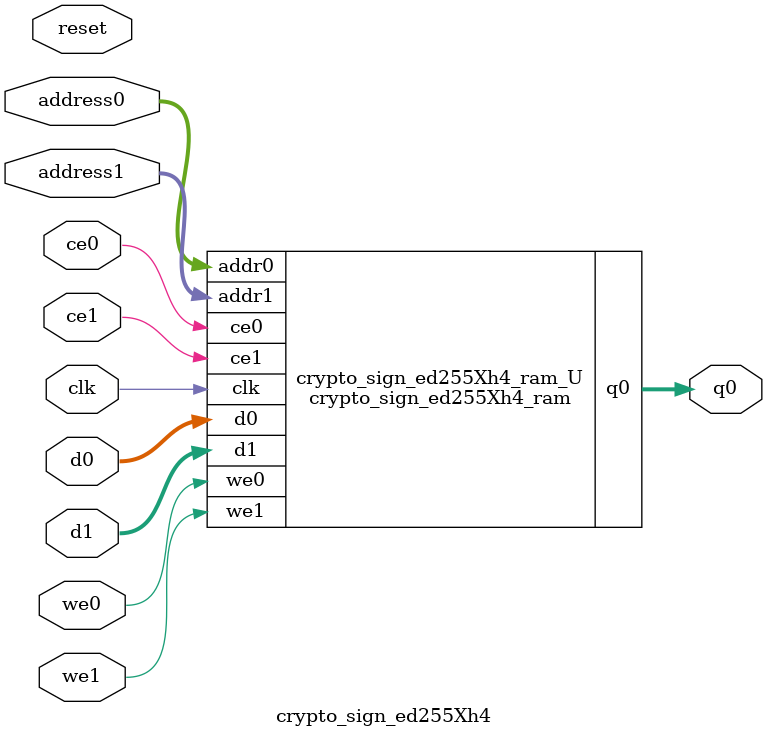
<source format=v>

`timescale 1 ns / 1 ps
module crypto_sign_ed255Xh4_ram (addr0, ce0, d0, we0, q0, addr1, ce1, d1, we1,  clk);

parameter DWIDTH = 32;
parameter AWIDTH = 5;
parameter MEM_SIZE = 32;

input[AWIDTH-1:0] addr0;
input ce0;
input[DWIDTH-1:0] d0;
input we0;
output reg[DWIDTH-1:0] q0;
input[AWIDTH-1:0] addr1;
input ce1;
input[DWIDTH-1:0] d1;
input we1;
input clk;

(* ram_style = "block" *)reg [DWIDTH-1:0] ram[0:MEM_SIZE-1];




always @(posedge clk)  
begin 
    if (ce0) 
    begin
        if (we0) 
        begin 
            ram[addr0] <= d0; 
            q0 <= d0;
        end 
        else 
            q0 <= ram[addr0];
    end
end


always @(posedge clk)  
begin 
    if (ce1) 
    begin
        if (we1) 
        begin 
            ram[addr1] <= d1; 
        end 
    end
end


endmodule


`timescale 1 ns / 1 ps
module crypto_sign_ed255Xh4(
    reset,
    clk,
    address0,
    ce0,
    we0,
    d0,
    q0,
    address1,
    ce1,
    we1,
    d1);

parameter DataWidth = 32'd32;
parameter AddressRange = 32'd32;
parameter AddressWidth = 32'd5;
input reset;
input clk;
input[AddressWidth - 1:0] address0;
input ce0;
input we0;
input[DataWidth - 1:0] d0;
output[DataWidth - 1:0] q0;
input[AddressWidth - 1:0] address1;
input ce1;
input we1;
input[DataWidth - 1:0] d1;



crypto_sign_ed255Xh4_ram crypto_sign_ed255Xh4_ram_U(
    .clk( clk ),
    .addr0( address0 ),
    .ce0( ce0 ),
    .d0( d0 ),
    .we0( we0 ),
    .q0( q0 ),
    .addr1( address1 ),
    .ce1( ce1 ),
    .d1( d1 ),
    .we1( we1 ));

endmodule


</source>
